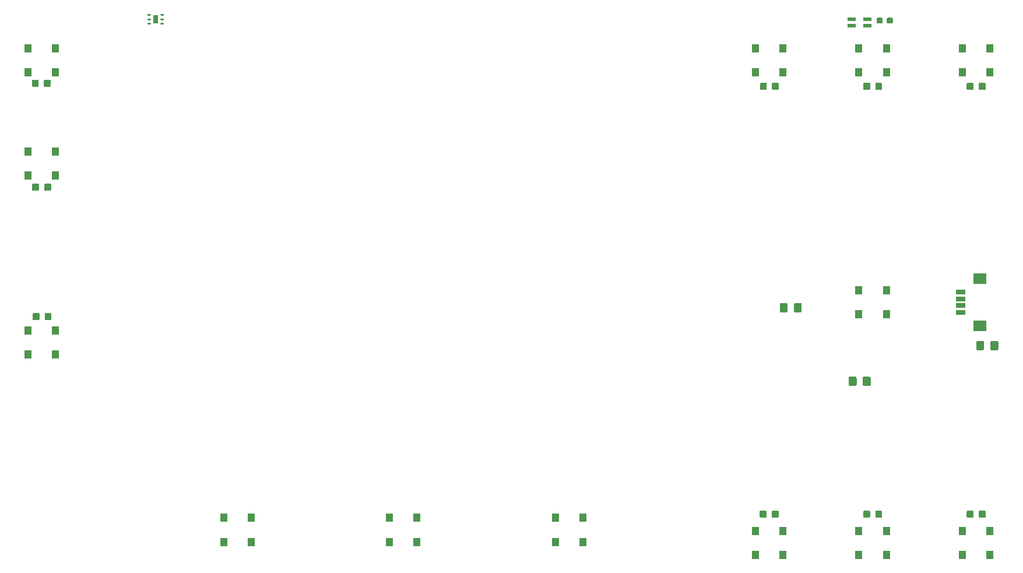
<source format=gtp>
G04 #@! TF.GenerationSoftware,KiCad,Pcbnew,(5.1.5)-3*
G04 #@! TF.CreationDate,2020-07-17T16:25:31-04:00*
G04 #@! TF.ProjectId,CPU,4350552e-6b69-4636-9164-5f7063625858,rev?*
G04 #@! TF.SameCoordinates,Original*
G04 #@! TF.FileFunction,Paste,Top*
G04 #@! TF.FilePolarity,Positive*
%FSLAX46Y46*%
G04 Gerber Fmt 4.6, Leading zero omitted, Abs format (unit mm)*
G04 Created by KiCad (PCBNEW (5.1.5)-3) date 2020-07-17 16:25:31*
%MOMM*%
%LPD*%
G04 APERTURE LIST*
%ADD10C,0.100000*%
%ADD11R,1.000000X1.200000*%
%ADD12R,1.200000X0.600000*%
%ADD13R,1.350000X0.700000*%
%ADD14R,1.900000X1.500000*%
G04 APERTURE END LIST*
D10*
G36*
X58310000Y-47735000D02*
G01*
X58310000Y-46485000D01*
X57690000Y-46485000D01*
X57690000Y-47735000D01*
X58310000Y-47735000D01*
G37*
D11*
X43434498Y-54815607D03*
X39434498Y-54815607D03*
X43434498Y-51315607D03*
X39434498Y-51315607D03*
X164149216Y-89954542D03*
X160149216Y-89954542D03*
X164149216Y-86454542D03*
X160149216Y-86454542D03*
X149107664Y-124954542D03*
X145107664Y-124954542D03*
X149107664Y-121454542D03*
X145107664Y-121454542D03*
X164149216Y-124954542D03*
X160149216Y-124954542D03*
X164149216Y-121454542D03*
X160149216Y-121454542D03*
X179190779Y-124954542D03*
X175190779Y-124954542D03*
X179190779Y-121454542D03*
X175190779Y-121454542D03*
X43434498Y-69815607D03*
X39434498Y-69815607D03*
X43434498Y-66315607D03*
X39434498Y-66315607D03*
X43434498Y-95815607D03*
X39434498Y-95815607D03*
X43434498Y-92315607D03*
X39434498Y-92315607D03*
X71894310Y-123031309D03*
X67894310Y-123031309D03*
X71894310Y-119531309D03*
X67894310Y-119531309D03*
X95970839Y-123031309D03*
X91970839Y-123031309D03*
X95970839Y-119531309D03*
X91970839Y-119531309D03*
X120047369Y-123031309D03*
X116047369Y-123031309D03*
X120047369Y-119531309D03*
X116047369Y-119531309D03*
X149107664Y-54803472D03*
X145107664Y-54803472D03*
X149107664Y-51303472D03*
X145107664Y-51303472D03*
X164149216Y-54803472D03*
X160149216Y-54803472D03*
X164149216Y-51303472D03*
X160149216Y-51303472D03*
X179190779Y-54803472D03*
X175190779Y-54803472D03*
X179190779Y-51303472D03*
X175190779Y-51303472D03*
D10*
G36*
X40887703Y-55900722D02*
G01*
X40902264Y-55902882D01*
X40916543Y-55906459D01*
X40930403Y-55911418D01*
X40943710Y-55917712D01*
X40956336Y-55925280D01*
X40968159Y-55934048D01*
X40979066Y-55943934D01*
X40988952Y-55954841D01*
X40997720Y-55966664D01*
X41005288Y-55979290D01*
X41011582Y-55992597D01*
X41016541Y-56006457D01*
X41020118Y-56020736D01*
X41022278Y-56035297D01*
X41023000Y-56050000D01*
X41023000Y-56750000D01*
X41022278Y-56764703D01*
X41020118Y-56779264D01*
X41016541Y-56793543D01*
X41011582Y-56807403D01*
X41005288Y-56820710D01*
X40997720Y-56833336D01*
X40988952Y-56845159D01*
X40979066Y-56856066D01*
X40968159Y-56865952D01*
X40956336Y-56874720D01*
X40943710Y-56882288D01*
X40930403Y-56888582D01*
X40916543Y-56893541D01*
X40902264Y-56897118D01*
X40887703Y-56899278D01*
X40873000Y-56900000D01*
X40173000Y-56900000D01*
X40158297Y-56899278D01*
X40143736Y-56897118D01*
X40129457Y-56893541D01*
X40115597Y-56888582D01*
X40102290Y-56882288D01*
X40089664Y-56874720D01*
X40077841Y-56865952D01*
X40066934Y-56856066D01*
X40057048Y-56845159D01*
X40048280Y-56833336D01*
X40040712Y-56820710D01*
X40034418Y-56807403D01*
X40029459Y-56793543D01*
X40025882Y-56779264D01*
X40023722Y-56764703D01*
X40023000Y-56750000D01*
X40023000Y-56050000D01*
X40023722Y-56035297D01*
X40025882Y-56020736D01*
X40029459Y-56006457D01*
X40034418Y-55992597D01*
X40040712Y-55979290D01*
X40048280Y-55966664D01*
X40057048Y-55954841D01*
X40066934Y-55943934D01*
X40077841Y-55934048D01*
X40089664Y-55925280D01*
X40102290Y-55917712D01*
X40115597Y-55911418D01*
X40129457Y-55906459D01*
X40143736Y-55902882D01*
X40158297Y-55900722D01*
X40173000Y-55900000D01*
X40873000Y-55900000D01*
X40887703Y-55900722D01*
G37*
G36*
X42641703Y-55900722D02*
G01*
X42656264Y-55902882D01*
X42670543Y-55906459D01*
X42684403Y-55911418D01*
X42697710Y-55917712D01*
X42710336Y-55925280D01*
X42722159Y-55934048D01*
X42733066Y-55943934D01*
X42742952Y-55954841D01*
X42751720Y-55966664D01*
X42759288Y-55979290D01*
X42765582Y-55992597D01*
X42770541Y-56006457D01*
X42774118Y-56020736D01*
X42776278Y-56035297D01*
X42777000Y-56050000D01*
X42777000Y-56750000D01*
X42776278Y-56764703D01*
X42774118Y-56779264D01*
X42770541Y-56793543D01*
X42765582Y-56807403D01*
X42759288Y-56820710D01*
X42751720Y-56833336D01*
X42742952Y-56845159D01*
X42733066Y-56856066D01*
X42722159Y-56865952D01*
X42710336Y-56874720D01*
X42697710Y-56882288D01*
X42684403Y-56888582D01*
X42670543Y-56893541D01*
X42656264Y-56897118D01*
X42641703Y-56899278D01*
X42627000Y-56900000D01*
X41927000Y-56900000D01*
X41912297Y-56899278D01*
X41897736Y-56897118D01*
X41883457Y-56893541D01*
X41869597Y-56888582D01*
X41856290Y-56882288D01*
X41843664Y-56874720D01*
X41831841Y-56865952D01*
X41820934Y-56856066D01*
X41811048Y-56845159D01*
X41802280Y-56833336D01*
X41794712Y-56820710D01*
X41788418Y-56807403D01*
X41783459Y-56793543D01*
X41779882Y-56779264D01*
X41777722Y-56764703D01*
X41777000Y-56750000D01*
X41777000Y-56050000D01*
X41777722Y-56035297D01*
X41779882Y-56020736D01*
X41783459Y-56006457D01*
X41788418Y-55992597D01*
X41794712Y-55979290D01*
X41802280Y-55966664D01*
X41811048Y-55954841D01*
X41820934Y-55943934D01*
X41831841Y-55934048D01*
X41843664Y-55925280D01*
X41856290Y-55917712D01*
X41869597Y-55911418D01*
X41883457Y-55906459D01*
X41897736Y-55902882D01*
X41912297Y-55900722D01*
X41927000Y-55900000D01*
X42627000Y-55900000D01*
X42641703Y-55900722D01*
G37*
D12*
X159100000Y-48075000D03*
X159100000Y-47125000D03*
X161400000Y-47125000D03*
X161400000Y-48075000D03*
D10*
G36*
X163406609Y-46886059D02*
G01*
X163427960Y-46889226D01*
X163448898Y-46894471D01*
X163469221Y-46901743D01*
X163488734Y-46910971D01*
X163507248Y-46922068D01*
X163524585Y-46934926D01*
X163540578Y-46949422D01*
X163555074Y-46965415D01*
X163567932Y-46982752D01*
X163579029Y-47001266D01*
X163588257Y-47020779D01*
X163595529Y-47041102D01*
X163600774Y-47062040D01*
X163603941Y-47083391D01*
X163605000Y-47104950D01*
X163605000Y-47495050D01*
X163603941Y-47516609D01*
X163600774Y-47537960D01*
X163595529Y-47558898D01*
X163588257Y-47579221D01*
X163579029Y-47598734D01*
X163567932Y-47617248D01*
X163555074Y-47634585D01*
X163540578Y-47650578D01*
X163524585Y-47665074D01*
X163507248Y-47677932D01*
X163488734Y-47689029D01*
X163469221Y-47698257D01*
X163448898Y-47705529D01*
X163427960Y-47710774D01*
X163406609Y-47713941D01*
X163385050Y-47715000D01*
X162914950Y-47715000D01*
X162893391Y-47713941D01*
X162872040Y-47710774D01*
X162851102Y-47705529D01*
X162830779Y-47698257D01*
X162811266Y-47689029D01*
X162792752Y-47677932D01*
X162775415Y-47665074D01*
X162759422Y-47650578D01*
X162744926Y-47634585D01*
X162732068Y-47617248D01*
X162720971Y-47598734D01*
X162711743Y-47579221D01*
X162704471Y-47558898D01*
X162699226Y-47537960D01*
X162696059Y-47516609D01*
X162695000Y-47495050D01*
X162695000Y-47104950D01*
X162696059Y-47083391D01*
X162699226Y-47062040D01*
X162704471Y-47041102D01*
X162711743Y-47020779D01*
X162720971Y-47001266D01*
X162732068Y-46982752D01*
X162744926Y-46965415D01*
X162759422Y-46949422D01*
X162775415Y-46934926D01*
X162792752Y-46922068D01*
X162811266Y-46910971D01*
X162830779Y-46901743D01*
X162851102Y-46894471D01*
X162872040Y-46889226D01*
X162893391Y-46886059D01*
X162914950Y-46885000D01*
X163385050Y-46885000D01*
X163406609Y-46886059D01*
G37*
G36*
X164906609Y-46886059D02*
G01*
X164927960Y-46889226D01*
X164948898Y-46894471D01*
X164969221Y-46901743D01*
X164988734Y-46910971D01*
X165007248Y-46922068D01*
X165024585Y-46934926D01*
X165040578Y-46949422D01*
X165055074Y-46965415D01*
X165067932Y-46982752D01*
X165079029Y-47001266D01*
X165088257Y-47020779D01*
X165095529Y-47041102D01*
X165100774Y-47062040D01*
X165103941Y-47083391D01*
X165105000Y-47104950D01*
X165105000Y-47495050D01*
X165103941Y-47516609D01*
X165100774Y-47537960D01*
X165095529Y-47558898D01*
X165088257Y-47579221D01*
X165079029Y-47598734D01*
X165067932Y-47617248D01*
X165055074Y-47634585D01*
X165040578Y-47650578D01*
X165024585Y-47665074D01*
X165007248Y-47677932D01*
X164988734Y-47689029D01*
X164969221Y-47698257D01*
X164948898Y-47705529D01*
X164927960Y-47710774D01*
X164906609Y-47713941D01*
X164885050Y-47715000D01*
X164414950Y-47715000D01*
X164393391Y-47713941D01*
X164372040Y-47710774D01*
X164351102Y-47705529D01*
X164330779Y-47698257D01*
X164311266Y-47689029D01*
X164292752Y-47677932D01*
X164275415Y-47665074D01*
X164259422Y-47650578D01*
X164244926Y-47634585D01*
X164232068Y-47617248D01*
X164220971Y-47598734D01*
X164211743Y-47579221D01*
X164204471Y-47558898D01*
X164199226Y-47537960D01*
X164196059Y-47516609D01*
X164195000Y-47495050D01*
X164195000Y-47104950D01*
X164196059Y-47083391D01*
X164199226Y-47062040D01*
X164204471Y-47041102D01*
X164211743Y-47020779D01*
X164220971Y-47001266D01*
X164232068Y-46982752D01*
X164244926Y-46965415D01*
X164259422Y-46949422D01*
X164275415Y-46934926D01*
X164292752Y-46922068D01*
X164311266Y-46910971D01*
X164330779Y-46901743D01*
X164351102Y-46894471D01*
X164372040Y-46889226D01*
X164393391Y-46886059D01*
X164414950Y-46885000D01*
X164885050Y-46885000D01*
X164906609Y-46886059D01*
G37*
G36*
X40922201Y-71000722D02*
G01*
X40936762Y-71002882D01*
X40951041Y-71006459D01*
X40964901Y-71011418D01*
X40978208Y-71017712D01*
X40990834Y-71025280D01*
X41002657Y-71034048D01*
X41013564Y-71043934D01*
X41023450Y-71054841D01*
X41032218Y-71066664D01*
X41039786Y-71079290D01*
X41046080Y-71092597D01*
X41051039Y-71106457D01*
X41054616Y-71120736D01*
X41056776Y-71135297D01*
X41057498Y-71150000D01*
X41057498Y-71850000D01*
X41056776Y-71864703D01*
X41054616Y-71879264D01*
X41051039Y-71893543D01*
X41046080Y-71907403D01*
X41039786Y-71920710D01*
X41032218Y-71933336D01*
X41023450Y-71945159D01*
X41013564Y-71956066D01*
X41002657Y-71965952D01*
X40990834Y-71974720D01*
X40978208Y-71982288D01*
X40964901Y-71988582D01*
X40951041Y-71993541D01*
X40936762Y-71997118D01*
X40922201Y-71999278D01*
X40907498Y-72000000D01*
X40207498Y-72000000D01*
X40192795Y-71999278D01*
X40178234Y-71997118D01*
X40163955Y-71993541D01*
X40150095Y-71988582D01*
X40136788Y-71982288D01*
X40124162Y-71974720D01*
X40112339Y-71965952D01*
X40101432Y-71956066D01*
X40091546Y-71945159D01*
X40082778Y-71933336D01*
X40075210Y-71920710D01*
X40068916Y-71907403D01*
X40063957Y-71893543D01*
X40060380Y-71879264D01*
X40058220Y-71864703D01*
X40057498Y-71850000D01*
X40057498Y-71150000D01*
X40058220Y-71135297D01*
X40060380Y-71120736D01*
X40063957Y-71106457D01*
X40068916Y-71092597D01*
X40075210Y-71079290D01*
X40082778Y-71066664D01*
X40091546Y-71054841D01*
X40101432Y-71043934D01*
X40112339Y-71034048D01*
X40124162Y-71025280D01*
X40136788Y-71017712D01*
X40150095Y-71011418D01*
X40163955Y-71006459D01*
X40178234Y-71002882D01*
X40192795Y-71000722D01*
X40207498Y-71000000D01*
X40907498Y-71000000D01*
X40922201Y-71000722D01*
G37*
G36*
X42676201Y-71000722D02*
G01*
X42690762Y-71002882D01*
X42705041Y-71006459D01*
X42718901Y-71011418D01*
X42732208Y-71017712D01*
X42744834Y-71025280D01*
X42756657Y-71034048D01*
X42767564Y-71043934D01*
X42777450Y-71054841D01*
X42786218Y-71066664D01*
X42793786Y-71079290D01*
X42800080Y-71092597D01*
X42805039Y-71106457D01*
X42808616Y-71120736D01*
X42810776Y-71135297D01*
X42811498Y-71150000D01*
X42811498Y-71850000D01*
X42810776Y-71864703D01*
X42808616Y-71879264D01*
X42805039Y-71893543D01*
X42800080Y-71907403D01*
X42793786Y-71920710D01*
X42786218Y-71933336D01*
X42777450Y-71945159D01*
X42767564Y-71956066D01*
X42756657Y-71965952D01*
X42744834Y-71974720D01*
X42732208Y-71982288D01*
X42718901Y-71988582D01*
X42705041Y-71993541D01*
X42690762Y-71997118D01*
X42676201Y-71999278D01*
X42661498Y-72000000D01*
X41961498Y-72000000D01*
X41946795Y-71999278D01*
X41932234Y-71997118D01*
X41917955Y-71993541D01*
X41904095Y-71988582D01*
X41890788Y-71982288D01*
X41878162Y-71974720D01*
X41866339Y-71965952D01*
X41855432Y-71956066D01*
X41845546Y-71945159D01*
X41836778Y-71933336D01*
X41829210Y-71920710D01*
X41822916Y-71907403D01*
X41817957Y-71893543D01*
X41814380Y-71879264D01*
X41812220Y-71864703D01*
X41811498Y-71850000D01*
X41811498Y-71150000D01*
X41812220Y-71135297D01*
X41814380Y-71120736D01*
X41817957Y-71106457D01*
X41822916Y-71092597D01*
X41829210Y-71079290D01*
X41836778Y-71066664D01*
X41845546Y-71054841D01*
X41855432Y-71043934D01*
X41866339Y-71034048D01*
X41878162Y-71025280D01*
X41890788Y-71017712D01*
X41904095Y-71011418D01*
X41917955Y-71006459D01*
X41932234Y-71002882D01*
X41946795Y-71000722D01*
X41961498Y-71000000D01*
X42661498Y-71000000D01*
X42676201Y-71000722D01*
G37*
G36*
X40987703Y-89800722D02*
G01*
X41002264Y-89802882D01*
X41016543Y-89806459D01*
X41030403Y-89811418D01*
X41043710Y-89817712D01*
X41056336Y-89825280D01*
X41068159Y-89834048D01*
X41079066Y-89843934D01*
X41088952Y-89854841D01*
X41097720Y-89866664D01*
X41105288Y-89879290D01*
X41111582Y-89892597D01*
X41116541Y-89906457D01*
X41120118Y-89920736D01*
X41122278Y-89935297D01*
X41123000Y-89950000D01*
X41123000Y-90650000D01*
X41122278Y-90664703D01*
X41120118Y-90679264D01*
X41116541Y-90693543D01*
X41111582Y-90707403D01*
X41105288Y-90720710D01*
X41097720Y-90733336D01*
X41088952Y-90745159D01*
X41079066Y-90756066D01*
X41068159Y-90765952D01*
X41056336Y-90774720D01*
X41043710Y-90782288D01*
X41030403Y-90788582D01*
X41016543Y-90793541D01*
X41002264Y-90797118D01*
X40987703Y-90799278D01*
X40973000Y-90800000D01*
X40273000Y-90800000D01*
X40258297Y-90799278D01*
X40243736Y-90797118D01*
X40229457Y-90793541D01*
X40215597Y-90788582D01*
X40202290Y-90782288D01*
X40189664Y-90774720D01*
X40177841Y-90765952D01*
X40166934Y-90756066D01*
X40157048Y-90745159D01*
X40148280Y-90733336D01*
X40140712Y-90720710D01*
X40134418Y-90707403D01*
X40129459Y-90693543D01*
X40125882Y-90679264D01*
X40123722Y-90664703D01*
X40123000Y-90650000D01*
X40123000Y-89950000D01*
X40123722Y-89935297D01*
X40125882Y-89920736D01*
X40129459Y-89906457D01*
X40134418Y-89892597D01*
X40140712Y-89879290D01*
X40148280Y-89866664D01*
X40157048Y-89854841D01*
X40166934Y-89843934D01*
X40177841Y-89834048D01*
X40189664Y-89825280D01*
X40202290Y-89817712D01*
X40215597Y-89811418D01*
X40229457Y-89806459D01*
X40243736Y-89802882D01*
X40258297Y-89800722D01*
X40273000Y-89800000D01*
X40973000Y-89800000D01*
X40987703Y-89800722D01*
G37*
G36*
X42741703Y-89800722D02*
G01*
X42756264Y-89802882D01*
X42770543Y-89806459D01*
X42784403Y-89811418D01*
X42797710Y-89817712D01*
X42810336Y-89825280D01*
X42822159Y-89834048D01*
X42833066Y-89843934D01*
X42842952Y-89854841D01*
X42851720Y-89866664D01*
X42859288Y-89879290D01*
X42865582Y-89892597D01*
X42870541Y-89906457D01*
X42874118Y-89920736D01*
X42876278Y-89935297D01*
X42877000Y-89950000D01*
X42877000Y-90650000D01*
X42876278Y-90664703D01*
X42874118Y-90679264D01*
X42870541Y-90693543D01*
X42865582Y-90707403D01*
X42859288Y-90720710D01*
X42851720Y-90733336D01*
X42842952Y-90745159D01*
X42833066Y-90756066D01*
X42822159Y-90765952D01*
X42810336Y-90774720D01*
X42797710Y-90782288D01*
X42784403Y-90788582D01*
X42770543Y-90793541D01*
X42756264Y-90797118D01*
X42741703Y-90799278D01*
X42727000Y-90800000D01*
X42027000Y-90800000D01*
X42012297Y-90799278D01*
X41997736Y-90797118D01*
X41983457Y-90793541D01*
X41969597Y-90788582D01*
X41956290Y-90782288D01*
X41943664Y-90774720D01*
X41931841Y-90765952D01*
X41920934Y-90756066D01*
X41911048Y-90745159D01*
X41902280Y-90733336D01*
X41894712Y-90720710D01*
X41888418Y-90707403D01*
X41883459Y-90693543D01*
X41879882Y-90679264D01*
X41877722Y-90664703D01*
X41877000Y-90650000D01*
X41877000Y-89950000D01*
X41877722Y-89935297D01*
X41879882Y-89920736D01*
X41883459Y-89906457D01*
X41888418Y-89892597D01*
X41894712Y-89879290D01*
X41902280Y-89866664D01*
X41911048Y-89854841D01*
X41920934Y-89843934D01*
X41931841Y-89834048D01*
X41943664Y-89825280D01*
X41956290Y-89817712D01*
X41969597Y-89811418D01*
X41983457Y-89806459D01*
X41997736Y-89802882D01*
X42012297Y-89800722D01*
X42027000Y-89800000D01*
X42727000Y-89800000D01*
X42741703Y-89800722D01*
G37*
G36*
X146595367Y-118500722D02*
G01*
X146609928Y-118502882D01*
X146624207Y-118506459D01*
X146638067Y-118511418D01*
X146651374Y-118517712D01*
X146664000Y-118525280D01*
X146675823Y-118534048D01*
X146686730Y-118543934D01*
X146696616Y-118554841D01*
X146705384Y-118566664D01*
X146712952Y-118579290D01*
X146719246Y-118592597D01*
X146724205Y-118606457D01*
X146727782Y-118620736D01*
X146729942Y-118635297D01*
X146730664Y-118650000D01*
X146730664Y-119350000D01*
X146729942Y-119364703D01*
X146727782Y-119379264D01*
X146724205Y-119393543D01*
X146719246Y-119407403D01*
X146712952Y-119420710D01*
X146705384Y-119433336D01*
X146696616Y-119445159D01*
X146686730Y-119456066D01*
X146675823Y-119465952D01*
X146664000Y-119474720D01*
X146651374Y-119482288D01*
X146638067Y-119488582D01*
X146624207Y-119493541D01*
X146609928Y-119497118D01*
X146595367Y-119499278D01*
X146580664Y-119500000D01*
X145880664Y-119500000D01*
X145865961Y-119499278D01*
X145851400Y-119497118D01*
X145837121Y-119493541D01*
X145823261Y-119488582D01*
X145809954Y-119482288D01*
X145797328Y-119474720D01*
X145785505Y-119465952D01*
X145774598Y-119456066D01*
X145764712Y-119445159D01*
X145755944Y-119433336D01*
X145748376Y-119420710D01*
X145742082Y-119407403D01*
X145737123Y-119393543D01*
X145733546Y-119379264D01*
X145731386Y-119364703D01*
X145730664Y-119350000D01*
X145730664Y-118650000D01*
X145731386Y-118635297D01*
X145733546Y-118620736D01*
X145737123Y-118606457D01*
X145742082Y-118592597D01*
X145748376Y-118579290D01*
X145755944Y-118566664D01*
X145764712Y-118554841D01*
X145774598Y-118543934D01*
X145785505Y-118534048D01*
X145797328Y-118525280D01*
X145809954Y-118517712D01*
X145823261Y-118511418D01*
X145837121Y-118506459D01*
X145851400Y-118502882D01*
X145865961Y-118500722D01*
X145880664Y-118500000D01*
X146580664Y-118500000D01*
X146595367Y-118500722D01*
G37*
G36*
X148349367Y-118500722D02*
G01*
X148363928Y-118502882D01*
X148378207Y-118506459D01*
X148392067Y-118511418D01*
X148405374Y-118517712D01*
X148418000Y-118525280D01*
X148429823Y-118534048D01*
X148440730Y-118543934D01*
X148450616Y-118554841D01*
X148459384Y-118566664D01*
X148466952Y-118579290D01*
X148473246Y-118592597D01*
X148478205Y-118606457D01*
X148481782Y-118620736D01*
X148483942Y-118635297D01*
X148484664Y-118650000D01*
X148484664Y-119350000D01*
X148483942Y-119364703D01*
X148481782Y-119379264D01*
X148478205Y-119393543D01*
X148473246Y-119407403D01*
X148466952Y-119420710D01*
X148459384Y-119433336D01*
X148450616Y-119445159D01*
X148440730Y-119456066D01*
X148429823Y-119465952D01*
X148418000Y-119474720D01*
X148405374Y-119482288D01*
X148392067Y-119488582D01*
X148378207Y-119493541D01*
X148363928Y-119497118D01*
X148349367Y-119499278D01*
X148334664Y-119500000D01*
X147634664Y-119500000D01*
X147619961Y-119499278D01*
X147605400Y-119497118D01*
X147591121Y-119493541D01*
X147577261Y-119488582D01*
X147563954Y-119482288D01*
X147551328Y-119474720D01*
X147539505Y-119465952D01*
X147528598Y-119456066D01*
X147518712Y-119445159D01*
X147509944Y-119433336D01*
X147502376Y-119420710D01*
X147496082Y-119407403D01*
X147491123Y-119393543D01*
X147487546Y-119379264D01*
X147485386Y-119364703D01*
X147484664Y-119350000D01*
X147484664Y-118650000D01*
X147485386Y-118635297D01*
X147487546Y-118620736D01*
X147491123Y-118606457D01*
X147496082Y-118592597D01*
X147502376Y-118579290D01*
X147509944Y-118566664D01*
X147518712Y-118554841D01*
X147528598Y-118543934D01*
X147539505Y-118534048D01*
X147551328Y-118525280D01*
X147563954Y-118517712D01*
X147577261Y-118511418D01*
X147591121Y-118506459D01*
X147605400Y-118502882D01*
X147619961Y-118500722D01*
X147634664Y-118500000D01*
X148334664Y-118500000D01*
X148349367Y-118500722D01*
G37*
G36*
X161636919Y-118500722D02*
G01*
X161651480Y-118502882D01*
X161665759Y-118506459D01*
X161679619Y-118511418D01*
X161692926Y-118517712D01*
X161705552Y-118525280D01*
X161717375Y-118534048D01*
X161728282Y-118543934D01*
X161738168Y-118554841D01*
X161746936Y-118566664D01*
X161754504Y-118579290D01*
X161760798Y-118592597D01*
X161765757Y-118606457D01*
X161769334Y-118620736D01*
X161771494Y-118635297D01*
X161772216Y-118650000D01*
X161772216Y-119350000D01*
X161771494Y-119364703D01*
X161769334Y-119379264D01*
X161765757Y-119393543D01*
X161760798Y-119407403D01*
X161754504Y-119420710D01*
X161746936Y-119433336D01*
X161738168Y-119445159D01*
X161728282Y-119456066D01*
X161717375Y-119465952D01*
X161705552Y-119474720D01*
X161692926Y-119482288D01*
X161679619Y-119488582D01*
X161665759Y-119493541D01*
X161651480Y-119497118D01*
X161636919Y-119499278D01*
X161622216Y-119500000D01*
X160922216Y-119500000D01*
X160907513Y-119499278D01*
X160892952Y-119497118D01*
X160878673Y-119493541D01*
X160864813Y-119488582D01*
X160851506Y-119482288D01*
X160838880Y-119474720D01*
X160827057Y-119465952D01*
X160816150Y-119456066D01*
X160806264Y-119445159D01*
X160797496Y-119433336D01*
X160789928Y-119420710D01*
X160783634Y-119407403D01*
X160778675Y-119393543D01*
X160775098Y-119379264D01*
X160772938Y-119364703D01*
X160772216Y-119350000D01*
X160772216Y-118650000D01*
X160772938Y-118635297D01*
X160775098Y-118620736D01*
X160778675Y-118606457D01*
X160783634Y-118592597D01*
X160789928Y-118579290D01*
X160797496Y-118566664D01*
X160806264Y-118554841D01*
X160816150Y-118543934D01*
X160827057Y-118534048D01*
X160838880Y-118525280D01*
X160851506Y-118517712D01*
X160864813Y-118511418D01*
X160878673Y-118506459D01*
X160892952Y-118502882D01*
X160907513Y-118500722D01*
X160922216Y-118500000D01*
X161622216Y-118500000D01*
X161636919Y-118500722D01*
G37*
G36*
X163390919Y-118500722D02*
G01*
X163405480Y-118502882D01*
X163419759Y-118506459D01*
X163433619Y-118511418D01*
X163446926Y-118517712D01*
X163459552Y-118525280D01*
X163471375Y-118534048D01*
X163482282Y-118543934D01*
X163492168Y-118554841D01*
X163500936Y-118566664D01*
X163508504Y-118579290D01*
X163514798Y-118592597D01*
X163519757Y-118606457D01*
X163523334Y-118620736D01*
X163525494Y-118635297D01*
X163526216Y-118650000D01*
X163526216Y-119350000D01*
X163525494Y-119364703D01*
X163523334Y-119379264D01*
X163519757Y-119393543D01*
X163514798Y-119407403D01*
X163508504Y-119420710D01*
X163500936Y-119433336D01*
X163492168Y-119445159D01*
X163482282Y-119456066D01*
X163471375Y-119465952D01*
X163459552Y-119474720D01*
X163446926Y-119482288D01*
X163433619Y-119488582D01*
X163419759Y-119493541D01*
X163405480Y-119497118D01*
X163390919Y-119499278D01*
X163376216Y-119500000D01*
X162676216Y-119500000D01*
X162661513Y-119499278D01*
X162646952Y-119497118D01*
X162632673Y-119493541D01*
X162618813Y-119488582D01*
X162605506Y-119482288D01*
X162592880Y-119474720D01*
X162581057Y-119465952D01*
X162570150Y-119456066D01*
X162560264Y-119445159D01*
X162551496Y-119433336D01*
X162543928Y-119420710D01*
X162537634Y-119407403D01*
X162532675Y-119393543D01*
X162529098Y-119379264D01*
X162526938Y-119364703D01*
X162526216Y-119350000D01*
X162526216Y-118650000D01*
X162526938Y-118635297D01*
X162529098Y-118620736D01*
X162532675Y-118606457D01*
X162537634Y-118592597D01*
X162543928Y-118579290D01*
X162551496Y-118566664D01*
X162560264Y-118554841D01*
X162570150Y-118543934D01*
X162581057Y-118534048D01*
X162592880Y-118525280D01*
X162605506Y-118517712D01*
X162618813Y-118511418D01*
X162632673Y-118506459D01*
X162646952Y-118502882D01*
X162661513Y-118500722D01*
X162676216Y-118500000D01*
X163376216Y-118500000D01*
X163390919Y-118500722D01*
G37*
G36*
X176678482Y-118500722D02*
G01*
X176693043Y-118502882D01*
X176707322Y-118506459D01*
X176721182Y-118511418D01*
X176734489Y-118517712D01*
X176747115Y-118525280D01*
X176758938Y-118534048D01*
X176769845Y-118543934D01*
X176779731Y-118554841D01*
X176788499Y-118566664D01*
X176796067Y-118579290D01*
X176802361Y-118592597D01*
X176807320Y-118606457D01*
X176810897Y-118620736D01*
X176813057Y-118635297D01*
X176813779Y-118650000D01*
X176813779Y-119350000D01*
X176813057Y-119364703D01*
X176810897Y-119379264D01*
X176807320Y-119393543D01*
X176802361Y-119407403D01*
X176796067Y-119420710D01*
X176788499Y-119433336D01*
X176779731Y-119445159D01*
X176769845Y-119456066D01*
X176758938Y-119465952D01*
X176747115Y-119474720D01*
X176734489Y-119482288D01*
X176721182Y-119488582D01*
X176707322Y-119493541D01*
X176693043Y-119497118D01*
X176678482Y-119499278D01*
X176663779Y-119500000D01*
X175963779Y-119500000D01*
X175949076Y-119499278D01*
X175934515Y-119497118D01*
X175920236Y-119493541D01*
X175906376Y-119488582D01*
X175893069Y-119482288D01*
X175880443Y-119474720D01*
X175868620Y-119465952D01*
X175857713Y-119456066D01*
X175847827Y-119445159D01*
X175839059Y-119433336D01*
X175831491Y-119420710D01*
X175825197Y-119407403D01*
X175820238Y-119393543D01*
X175816661Y-119379264D01*
X175814501Y-119364703D01*
X175813779Y-119350000D01*
X175813779Y-118650000D01*
X175814501Y-118635297D01*
X175816661Y-118620736D01*
X175820238Y-118606457D01*
X175825197Y-118592597D01*
X175831491Y-118579290D01*
X175839059Y-118566664D01*
X175847827Y-118554841D01*
X175857713Y-118543934D01*
X175868620Y-118534048D01*
X175880443Y-118525280D01*
X175893069Y-118517712D01*
X175906376Y-118511418D01*
X175920236Y-118506459D01*
X175934515Y-118502882D01*
X175949076Y-118500722D01*
X175963779Y-118500000D01*
X176663779Y-118500000D01*
X176678482Y-118500722D01*
G37*
G36*
X178432482Y-118500722D02*
G01*
X178447043Y-118502882D01*
X178461322Y-118506459D01*
X178475182Y-118511418D01*
X178488489Y-118517712D01*
X178501115Y-118525280D01*
X178512938Y-118534048D01*
X178523845Y-118543934D01*
X178533731Y-118554841D01*
X178542499Y-118566664D01*
X178550067Y-118579290D01*
X178556361Y-118592597D01*
X178561320Y-118606457D01*
X178564897Y-118620736D01*
X178567057Y-118635297D01*
X178567779Y-118650000D01*
X178567779Y-119350000D01*
X178567057Y-119364703D01*
X178564897Y-119379264D01*
X178561320Y-119393543D01*
X178556361Y-119407403D01*
X178550067Y-119420710D01*
X178542499Y-119433336D01*
X178533731Y-119445159D01*
X178523845Y-119456066D01*
X178512938Y-119465952D01*
X178501115Y-119474720D01*
X178488489Y-119482288D01*
X178475182Y-119488582D01*
X178461322Y-119493541D01*
X178447043Y-119497118D01*
X178432482Y-119499278D01*
X178417779Y-119500000D01*
X177717779Y-119500000D01*
X177703076Y-119499278D01*
X177688515Y-119497118D01*
X177674236Y-119493541D01*
X177660376Y-119488582D01*
X177647069Y-119482288D01*
X177634443Y-119474720D01*
X177622620Y-119465952D01*
X177611713Y-119456066D01*
X177601827Y-119445159D01*
X177593059Y-119433336D01*
X177585491Y-119420710D01*
X177579197Y-119407403D01*
X177574238Y-119393543D01*
X177570661Y-119379264D01*
X177568501Y-119364703D01*
X177567779Y-119350000D01*
X177567779Y-118650000D01*
X177568501Y-118635297D01*
X177570661Y-118620736D01*
X177574238Y-118606457D01*
X177579197Y-118592597D01*
X177585491Y-118579290D01*
X177593059Y-118566664D01*
X177601827Y-118554841D01*
X177611713Y-118543934D01*
X177622620Y-118534048D01*
X177634443Y-118525280D01*
X177647069Y-118517712D01*
X177660376Y-118511418D01*
X177674236Y-118506459D01*
X177688515Y-118502882D01*
X177703076Y-118500722D01*
X177717779Y-118500000D01*
X178417779Y-118500000D01*
X178432482Y-118500722D01*
G37*
G36*
X146637703Y-56350722D02*
G01*
X146652264Y-56352882D01*
X146666543Y-56356459D01*
X146680403Y-56361418D01*
X146693710Y-56367712D01*
X146706336Y-56375280D01*
X146718159Y-56384048D01*
X146729066Y-56393934D01*
X146738952Y-56404841D01*
X146747720Y-56416664D01*
X146755288Y-56429290D01*
X146761582Y-56442597D01*
X146766541Y-56456457D01*
X146770118Y-56470736D01*
X146772278Y-56485297D01*
X146773000Y-56500000D01*
X146773000Y-57200000D01*
X146772278Y-57214703D01*
X146770118Y-57229264D01*
X146766541Y-57243543D01*
X146761582Y-57257403D01*
X146755288Y-57270710D01*
X146747720Y-57283336D01*
X146738952Y-57295159D01*
X146729066Y-57306066D01*
X146718159Y-57315952D01*
X146706336Y-57324720D01*
X146693710Y-57332288D01*
X146680403Y-57338582D01*
X146666543Y-57343541D01*
X146652264Y-57347118D01*
X146637703Y-57349278D01*
X146623000Y-57350000D01*
X145923000Y-57350000D01*
X145908297Y-57349278D01*
X145893736Y-57347118D01*
X145879457Y-57343541D01*
X145865597Y-57338582D01*
X145852290Y-57332288D01*
X145839664Y-57324720D01*
X145827841Y-57315952D01*
X145816934Y-57306066D01*
X145807048Y-57295159D01*
X145798280Y-57283336D01*
X145790712Y-57270710D01*
X145784418Y-57257403D01*
X145779459Y-57243543D01*
X145775882Y-57229264D01*
X145773722Y-57214703D01*
X145773000Y-57200000D01*
X145773000Y-56500000D01*
X145773722Y-56485297D01*
X145775882Y-56470736D01*
X145779459Y-56456457D01*
X145784418Y-56442597D01*
X145790712Y-56429290D01*
X145798280Y-56416664D01*
X145807048Y-56404841D01*
X145816934Y-56393934D01*
X145827841Y-56384048D01*
X145839664Y-56375280D01*
X145852290Y-56367712D01*
X145865597Y-56361418D01*
X145879457Y-56356459D01*
X145893736Y-56352882D01*
X145908297Y-56350722D01*
X145923000Y-56350000D01*
X146623000Y-56350000D01*
X146637703Y-56350722D01*
G37*
G36*
X148391703Y-56350722D02*
G01*
X148406264Y-56352882D01*
X148420543Y-56356459D01*
X148434403Y-56361418D01*
X148447710Y-56367712D01*
X148460336Y-56375280D01*
X148472159Y-56384048D01*
X148483066Y-56393934D01*
X148492952Y-56404841D01*
X148501720Y-56416664D01*
X148509288Y-56429290D01*
X148515582Y-56442597D01*
X148520541Y-56456457D01*
X148524118Y-56470736D01*
X148526278Y-56485297D01*
X148527000Y-56500000D01*
X148527000Y-57200000D01*
X148526278Y-57214703D01*
X148524118Y-57229264D01*
X148520541Y-57243543D01*
X148515582Y-57257403D01*
X148509288Y-57270710D01*
X148501720Y-57283336D01*
X148492952Y-57295159D01*
X148483066Y-57306066D01*
X148472159Y-57315952D01*
X148460336Y-57324720D01*
X148447710Y-57332288D01*
X148434403Y-57338582D01*
X148420543Y-57343541D01*
X148406264Y-57347118D01*
X148391703Y-57349278D01*
X148377000Y-57350000D01*
X147677000Y-57350000D01*
X147662297Y-57349278D01*
X147647736Y-57347118D01*
X147633457Y-57343541D01*
X147619597Y-57338582D01*
X147606290Y-57332288D01*
X147593664Y-57324720D01*
X147581841Y-57315952D01*
X147570934Y-57306066D01*
X147561048Y-57295159D01*
X147552280Y-57283336D01*
X147544712Y-57270710D01*
X147538418Y-57257403D01*
X147533459Y-57243543D01*
X147529882Y-57229264D01*
X147527722Y-57214703D01*
X147527000Y-57200000D01*
X147527000Y-56500000D01*
X147527722Y-56485297D01*
X147529882Y-56470736D01*
X147533459Y-56456457D01*
X147538418Y-56442597D01*
X147544712Y-56429290D01*
X147552280Y-56416664D01*
X147561048Y-56404841D01*
X147570934Y-56393934D01*
X147581841Y-56384048D01*
X147593664Y-56375280D01*
X147606290Y-56367712D01*
X147619597Y-56361418D01*
X147633457Y-56356459D01*
X147647736Y-56352882D01*
X147662297Y-56350722D01*
X147677000Y-56350000D01*
X148377000Y-56350000D01*
X148391703Y-56350722D01*
G37*
G36*
X161637703Y-56350722D02*
G01*
X161652264Y-56352882D01*
X161666543Y-56356459D01*
X161680403Y-56361418D01*
X161693710Y-56367712D01*
X161706336Y-56375280D01*
X161718159Y-56384048D01*
X161729066Y-56393934D01*
X161738952Y-56404841D01*
X161747720Y-56416664D01*
X161755288Y-56429290D01*
X161761582Y-56442597D01*
X161766541Y-56456457D01*
X161770118Y-56470736D01*
X161772278Y-56485297D01*
X161773000Y-56500000D01*
X161773000Y-57200000D01*
X161772278Y-57214703D01*
X161770118Y-57229264D01*
X161766541Y-57243543D01*
X161761582Y-57257403D01*
X161755288Y-57270710D01*
X161747720Y-57283336D01*
X161738952Y-57295159D01*
X161729066Y-57306066D01*
X161718159Y-57315952D01*
X161706336Y-57324720D01*
X161693710Y-57332288D01*
X161680403Y-57338582D01*
X161666543Y-57343541D01*
X161652264Y-57347118D01*
X161637703Y-57349278D01*
X161623000Y-57350000D01*
X160923000Y-57350000D01*
X160908297Y-57349278D01*
X160893736Y-57347118D01*
X160879457Y-57343541D01*
X160865597Y-57338582D01*
X160852290Y-57332288D01*
X160839664Y-57324720D01*
X160827841Y-57315952D01*
X160816934Y-57306066D01*
X160807048Y-57295159D01*
X160798280Y-57283336D01*
X160790712Y-57270710D01*
X160784418Y-57257403D01*
X160779459Y-57243543D01*
X160775882Y-57229264D01*
X160773722Y-57214703D01*
X160773000Y-57200000D01*
X160773000Y-56500000D01*
X160773722Y-56485297D01*
X160775882Y-56470736D01*
X160779459Y-56456457D01*
X160784418Y-56442597D01*
X160790712Y-56429290D01*
X160798280Y-56416664D01*
X160807048Y-56404841D01*
X160816934Y-56393934D01*
X160827841Y-56384048D01*
X160839664Y-56375280D01*
X160852290Y-56367712D01*
X160865597Y-56361418D01*
X160879457Y-56356459D01*
X160893736Y-56352882D01*
X160908297Y-56350722D01*
X160923000Y-56350000D01*
X161623000Y-56350000D01*
X161637703Y-56350722D01*
G37*
G36*
X163391703Y-56350722D02*
G01*
X163406264Y-56352882D01*
X163420543Y-56356459D01*
X163434403Y-56361418D01*
X163447710Y-56367712D01*
X163460336Y-56375280D01*
X163472159Y-56384048D01*
X163483066Y-56393934D01*
X163492952Y-56404841D01*
X163501720Y-56416664D01*
X163509288Y-56429290D01*
X163515582Y-56442597D01*
X163520541Y-56456457D01*
X163524118Y-56470736D01*
X163526278Y-56485297D01*
X163527000Y-56500000D01*
X163527000Y-57200000D01*
X163526278Y-57214703D01*
X163524118Y-57229264D01*
X163520541Y-57243543D01*
X163515582Y-57257403D01*
X163509288Y-57270710D01*
X163501720Y-57283336D01*
X163492952Y-57295159D01*
X163483066Y-57306066D01*
X163472159Y-57315952D01*
X163460336Y-57324720D01*
X163447710Y-57332288D01*
X163434403Y-57338582D01*
X163420543Y-57343541D01*
X163406264Y-57347118D01*
X163391703Y-57349278D01*
X163377000Y-57350000D01*
X162677000Y-57350000D01*
X162662297Y-57349278D01*
X162647736Y-57347118D01*
X162633457Y-57343541D01*
X162619597Y-57338582D01*
X162606290Y-57332288D01*
X162593664Y-57324720D01*
X162581841Y-57315952D01*
X162570934Y-57306066D01*
X162561048Y-57295159D01*
X162552280Y-57283336D01*
X162544712Y-57270710D01*
X162538418Y-57257403D01*
X162533459Y-57243543D01*
X162529882Y-57229264D01*
X162527722Y-57214703D01*
X162527000Y-57200000D01*
X162527000Y-56500000D01*
X162527722Y-56485297D01*
X162529882Y-56470736D01*
X162533459Y-56456457D01*
X162538418Y-56442597D01*
X162544712Y-56429290D01*
X162552280Y-56416664D01*
X162561048Y-56404841D01*
X162570934Y-56393934D01*
X162581841Y-56384048D01*
X162593664Y-56375280D01*
X162606290Y-56367712D01*
X162619597Y-56361418D01*
X162633457Y-56356459D01*
X162647736Y-56352882D01*
X162662297Y-56350722D01*
X162677000Y-56350000D01*
X163377000Y-56350000D01*
X163391703Y-56350722D01*
G37*
G36*
X176678482Y-56350722D02*
G01*
X176693043Y-56352882D01*
X176707322Y-56356459D01*
X176721182Y-56361418D01*
X176734489Y-56367712D01*
X176747115Y-56375280D01*
X176758938Y-56384048D01*
X176769845Y-56393934D01*
X176779731Y-56404841D01*
X176788499Y-56416664D01*
X176796067Y-56429290D01*
X176802361Y-56442597D01*
X176807320Y-56456457D01*
X176810897Y-56470736D01*
X176813057Y-56485297D01*
X176813779Y-56500000D01*
X176813779Y-57200000D01*
X176813057Y-57214703D01*
X176810897Y-57229264D01*
X176807320Y-57243543D01*
X176802361Y-57257403D01*
X176796067Y-57270710D01*
X176788499Y-57283336D01*
X176779731Y-57295159D01*
X176769845Y-57306066D01*
X176758938Y-57315952D01*
X176747115Y-57324720D01*
X176734489Y-57332288D01*
X176721182Y-57338582D01*
X176707322Y-57343541D01*
X176693043Y-57347118D01*
X176678482Y-57349278D01*
X176663779Y-57350000D01*
X175963779Y-57350000D01*
X175949076Y-57349278D01*
X175934515Y-57347118D01*
X175920236Y-57343541D01*
X175906376Y-57338582D01*
X175893069Y-57332288D01*
X175880443Y-57324720D01*
X175868620Y-57315952D01*
X175857713Y-57306066D01*
X175847827Y-57295159D01*
X175839059Y-57283336D01*
X175831491Y-57270710D01*
X175825197Y-57257403D01*
X175820238Y-57243543D01*
X175816661Y-57229264D01*
X175814501Y-57214703D01*
X175813779Y-57200000D01*
X175813779Y-56500000D01*
X175814501Y-56485297D01*
X175816661Y-56470736D01*
X175820238Y-56456457D01*
X175825197Y-56442597D01*
X175831491Y-56429290D01*
X175839059Y-56416664D01*
X175847827Y-56404841D01*
X175857713Y-56393934D01*
X175868620Y-56384048D01*
X175880443Y-56375280D01*
X175893069Y-56367712D01*
X175906376Y-56361418D01*
X175920236Y-56356459D01*
X175934515Y-56352882D01*
X175949076Y-56350722D01*
X175963779Y-56350000D01*
X176663779Y-56350000D01*
X176678482Y-56350722D01*
G37*
G36*
X178432482Y-56350722D02*
G01*
X178447043Y-56352882D01*
X178461322Y-56356459D01*
X178475182Y-56361418D01*
X178488489Y-56367712D01*
X178501115Y-56375280D01*
X178512938Y-56384048D01*
X178523845Y-56393934D01*
X178533731Y-56404841D01*
X178542499Y-56416664D01*
X178550067Y-56429290D01*
X178556361Y-56442597D01*
X178561320Y-56456457D01*
X178564897Y-56470736D01*
X178567057Y-56485297D01*
X178567779Y-56500000D01*
X178567779Y-57200000D01*
X178567057Y-57214703D01*
X178564897Y-57229264D01*
X178561320Y-57243543D01*
X178556361Y-57257403D01*
X178550067Y-57270710D01*
X178542499Y-57283336D01*
X178533731Y-57295159D01*
X178523845Y-57306066D01*
X178512938Y-57315952D01*
X178501115Y-57324720D01*
X178488489Y-57332288D01*
X178475182Y-57338582D01*
X178461322Y-57343541D01*
X178447043Y-57347118D01*
X178432482Y-57349278D01*
X178417779Y-57350000D01*
X177717779Y-57350000D01*
X177703076Y-57349278D01*
X177688515Y-57347118D01*
X177674236Y-57343541D01*
X177660376Y-57338582D01*
X177647069Y-57332288D01*
X177634443Y-57324720D01*
X177622620Y-57315952D01*
X177611713Y-57306066D01*
X177601827Y-57295159D01*
X177593059Y-57283336D01*
X177585491Y-57270710D01*
X177579197Y-57257403D01*
X177574238Y-57243543D01*
X177570661Y-57229264D01*
X177568501Y-57214703D01*
X177567779Y-57200000D01*
X177567779Y-56500000D01*
X177568501Y-56485297D01*
X177570661Y-56470736D01*
X177574238Y-56456457D01*
X177579197Y-56442597D01*
X177585491Y-56429290D01*
X177593059Y-56416664D01*
X177601827Y-56404841D01*
X177611713Y-56393934D01*
X177622620Y-56384048D01*
X177634443Y-56375280D01*
X177647069Y-56367712D01*
X177660376Y-56361418D01*
X177674236Y-56356459D01*
X177688515Y-56352882D01*
X177703076Y-56350722D01*
X177717779Y-56350000D01*
X178417779Y-56350000D01*
X178432482Y-56350722D01*
G37*
D13*
X174950000Y-89704542D03*
X174950000Y-88704542D03*
X174950000Y-87704542D03*
X174950000Y-86704542D03*
D14*
X177725000Y-91604542D03*
X177725000Y-84804542D03*
D10*
G36*
X59087252Y-46335601D02*
G01*
X59099386Y-46337401D01*
X59111286Y-46340381D01*
X59122835Y-46344514D01*
X59133925Y-46349759D01*
X59144446Y-46356065D01*
X59154299Y-46363373D01*
X59163388Y-46371611D01*
X59171626Y-46380700D01*
X59178934Y-46390553D01*
X59185240Y-46401074D01*
X59190485Y-46412164D01*
X59194618Y-46423713D01*
X59197598Y-46435613D01*
X59199398Y-46447747D01*
X59200000Y-46459999D01*
X59200000Y-46460001D01*
X59199398Y-46472253D01*
X59197598Y-46484387D01*
X59194618Y-46496287D01*
X59190485Y-46507836D01*
X59185240Y-46518926D01*
X59178934Y-46529447D01*
X59171626Y-46539300D01*
X59163388Y-46548389D01*
X59154299Y-46556627D01*
X59144446Y-46563935D01*
X59133925Y-46570241D01*
X59122835Y-46575486D01*
X59111286Y-46579619D01*
X59099386Y-46582599D01*
X59087252Y-46584399D01*
X59075000Y-46585001D01*
X58825000Y-46585001D01*
X58812748Y-46584399D01*
X58800614Y-46582599D01*
X58788714Y-46579619D01*
X58777165Y-46575486D01*
X58766075Y-46570241D01*
X58755554Y-46563935D01*
X58745701Y-46556627D01*
X58736612Y-46548389D01*
X58728374Y-46539300D01*
X58721066Y-46529447D01*
X58714760Y-46518926D01*
X58709515Y-46507836D01*
X58705382Y-46496287D01*
X58702402Y-46484387D01*
X58700602Y-46472253D01*
X58700000Y-46460001D01*
X58700000Y-46459999D01*
X58700602Y-46447747D01*
X58702402Y-46435613D01*
X58705382Y-46423713D01*
X58709515Y-46412164D01*
X58714760Y-46401074D01*
X58721066Y-46390553D01*
X58728374Y-46380700D01*
X58736612Y-46371611D01*
X58745701Y-46363373D01*
X58755554Y-46356065D01*
X58766075Y-46349759D01*
X58777165Y-46344514D01*
X58788714Y-46340381D01*
X58800614Y-46337401D01*
X58812748Y-46335601D01*
X58825000Y-46334999D01*
X59075000Y-46334999D01*
X59087252Y-46335601D01*
G37*
G36*
X59087252Y-46985601D02*
G01*
X59099386Y-46987401D01*
X59111286Y-46990381D01*
X59122835Y-46994514D01*
X59133925Y-46999759D01*
X59144446Y-47006065D01*
X59154299Y-47013373D01*
X59163388Y-47021611D01*
X59171626Y-47030700D01*
X59178934Y-47040553D01*
X59185240Y-47051074D01*
X59190485Y-47062164D01*
X59194618Y-47073713D01*
X59197598Y-47085613D01*
X59199398Y-47097747D01*
X59200000Y-47109999D01*
X59200000Y-47110001D01*
X59199398Y-47122253D01*
X59197598Y-47134387D01*
X59194618Y-47146287D01*
X59190485Y-47157836D01*
X59185240Y-47168926D01*
X59178934Y-47179447D01*
X59171626Y-47189300D01*
X59163388Y-47198389D01*
X59154299Y-47206627D01*
X59144446Y-47213935D01*
X59133925Y-47220241D01*
X59122835Y-47225486D01*
X59111286Y-47229619D01*
X59099386Y-47232599D01*
X59087252Y-47234399D01*
X59075000Y-47235001D01*
X58825000Y-47235001D01*
X58812748Y-47234399D01*
X58800614Y-47232599D01*
X58788714Y-47229619D01*
X58777165Y-47225486D01*
X58766075Y-47220241D01*
X58755554Y-47213935D01*
X58745701Y-47206627D01*
X58736612Y-47198389D01*
X58728374Y-47189300D01*
X58721066Y-47179447D01*
X58714760Y-47168926D01*
X58709515Y-47157836D01*
X58705382Y-47146287D01*
X58702402Y-47134387D01*
X58700602Y-47122253D01*
X58700000Y-47110001D01*
X58700000Y-47109999D01*
X58700602Y-47097747D01*
X58702402Y-47085613D01*
X58705382Y-47073713D01*
X58709515Y-47062164D01*
X58714760Y-47051074D01*
X58721066Y-47040553D01*
X58728374Y-47030700D01*
X58736612Y-47021611D01*
X58745701Y-47013373D01*
X58755554Y-47006065D01*
X58766075Y-46999759D01*
X58777165Y-46994514D01*
X58788714Y-46990381D01*
X58800614Y-46987401D01*
X58812748Y-46985601D01*
X58825000Y-46984999D01*
X59075000Y-46984999D01*
X59087252Y-46985601D01*
G37*
G36*
X59087252Y-47635601D02*
G01*
X59099386Y-47637401D01*
X59111286Y-47640381D01*
X59122835Y-47644514D01*
X59133925Y-47649759D01*
X59144446Y-47656065D01*
X59154299Y-47663373D01*
X59163388Y-47671611D01*
X59171626Y-47680700D01*
X59178934Y-47690553D01*
X59185240Y-47701074D01*
X59190485Y-47712164D01*
X59194618Y-47723713D01*
X59197598Y-47735613D01*
X59199398Y-47747747D01*
X59200000Y-47759999D01*
X59200000Y-47760001D01*
X59199398Y-47772253D01*
X59197598Y-47784387D01*
X59194618Y-47796287D01*
X59190485Y-47807836D01*
X59185240Y-47818926D01*
X59178934Y-47829447D01*
X59171626Y-47839300D01*
X59163388Y-47848389D01*
X59154299Y-47856627D01*
X59144446Y-47863935D01*
X59133925Y-47870241D01*
X59122835Y-47875486D01*
X59111286Y-47879619D01*
X59099386Y-47882599D01*
X59087252Y-47884399D01*
X59075000Y-47885001D01*
X58825000Y-47885001D01*
X58812748Y-47884399D01*
X58800614Y-47882599D01*
X58788714Y-47879619D01*
X58777165Y-47875486D01*
X58766075Y-47870241D01*
X58755554Y-47863935D01*
X58745701Y-47856627D01*
X58736612Y-47848389D01*
X58728374Y-47839300D01*
X58721066Y-47829447D01*
X58714760Y-47818926D01*
X58709515Y-47807836D01*
X58705382Y-47796287D01*
X58702402Y-47784387D01*
X58700602Y-47772253D01*
X58700000Y-47760001D01*
X58700000Y-47759999D01*
X58700602Y-47747747D01*
X58702402Y-47735613D01*
X58705382Y-47723713D01*
X58709515Y-47712164D01*
X58714760Y-47701074D01*
X58721066Y-47690553D01*
X58728374Y-47680700D01*
X58736612Y-47671611D01*
X58745701Y-47663373D01*
X58755554Y-47656065D01*
X58766075Y-47649759D01*
X58777165Y-47644514D01*
X58788714Y-47640381D01*
X58800614Y-47637401D01*
X58812748Y-47635601D01*
X58825000Y-47634999D01*
X59075000Y-47634999D01*
X59087252Y-47635601D01*
G37*
G36*
X57187252Y-47640601D02*
G01*
X57199386Y-47642401D01*
X57211286Y-47645381D01*
X57222835Y-47649514D01*
X57233925Y-47654759D01*
X57244446Y-47661065D01*
X57254299Y-47668373D01*
X57263388Y-47676611D01*
X57271626Y-47685700D01*
X57278934Y-47695553D01*
X57285240Y-47706074D01*
X57290485Y-47717164D01*
X57294618Y-47728713D01*
X57297598Y-47740613D01*
X57299398Y-47752747D01*
X57300000Y-47764999D01*
X57300000Y-47765001D01*
X57299398Y-47777253D01*
X57297598Y-47789387D01*
X57294618Y-47801287D01*
X57290485Y-47812836D01*
X57285240Y-47823926D01*
X57278934Y-47834447D01*
X57271626Y-47844300D01*
X57263388Y-47853389D01*
X57254299Y-47861627D01*
X57244446Y-47868935D01*
X57233925Y-47875241D01*
X57222835Y-47880486D01*
X57211286Y-47884619D01*
X57199386Y-47887599D01*
X57187252Y-47889399D01*
X57175000Y-47890001D01*
X56925000Y-47890001D01*
X56912748Y-47889399D01*
X56900614Y-47887599D01*
X56888714Y-47884619D01*
X56877165Y-47880486D01*
X56866075Y-47875241D01*
X56855554Y-47868935D01*
X56845701Y-47861627D01*
X56836612Y-47853389D01*
X56828374Y-47844300D01*
X56821066Y-47834447D01*
X56814760Y-47823926D01*
X56809515Y-47812836D01*
X56805382Y-47801287D01*
X56802402Y-47789387D01*
X56800602Y-47777253D01*
X56800000Y-47765001D01*
X56800000Y-47764999D01*
X56800602Y-47752747D01*
X56802402Y-47740613D01*
X56805382Y-47728713D01*
X56809515Y-47717164D01*
X56814760Y-47706074D01*
X56821066Y-47695553D01*
X56828374Y-47685700D01*
X56836612Y-47676611D01*
X56845701Y-47668373D01*
X56855554Y-47661065D01*
X56866075Y-47654759D01*
X56877165Y-47649514D01*
X56888714Y-47645381D01*
X56900614Y-47642401D01*
X56912748Y-47640601D01*
X56925000Y-47639999D01*
X57175000Y-47639999D01*
X57187252Y-47640601D01*
G37*
G36*
X57187252Y-46985601D02*
G01*
X57199386Y-46987401D01*
X57211286Y-46990381D01*
X57222835Y-46994514D01*
X57233925Y-46999759D01*
X57244446Y-47006065D01*
X57254299Y-47013373D01*
X57263388Y-47021611D01*
X57271626Y-47030700D01*
X57278934Y-47040553D01*
X57285240Y-47051074D01*
X57290485Y-47062164D01*
X57294618Y-47073713D01*
X57297598Y-47085613D01*
X57299398Y-47097747D01*
X57300000Y-47109999D01*
X57300000Y-47110001D01*
X57299398Y-47122253D01*
X57297598Y-47134387D01*
X57294618Y-47146287D01*
X57290485Y-47157836D01*
X57285240Y-47168926D01*
X57278934Y-47179447D01*
X57271626Y-47189300D01*
X57263388Y-47198389D01*
X57254299Y-47206627D01*
X57244446Y-47213935D01*
X57233925Y-47220241D01*
X57222835Y-47225486D01*
X57211286Y-47229619D01*
X57199386Y-47232599D01*
X57187252Y-47234399D01*
X57175000Y-47235001D01*
X56925000Y-47235001D01*
X56912748Y-47234399D01*
X56900614Y-47232599D01*
X56888714Y-47229619D01*
X56877165Y-47225486D01*
X56866075Y-47220241D01*
X56855554Y-47213935D01*
X56845701Y-47206627D01*
X56836612Y-47198389D01*
X56828374Y-47189300D01*
X56821066Y-47179447D01*
X56814760Y-47168926D01*
X56809515Y-47157836D01*
X56805382Y-47146287D01*
X56802402Y-47134387D01*
X56800602Y-47122253D01*
X56800000Y-47110001D01*
X56800000Y-47109999D01*
X56800602Y-47097747D01*
X56802402Y-47085613D01*
X56805382Y-47073713D01*
X56809515Y-47062164D01*
X56814760Y-47051074D01*
X56821066Y-47040553D01*
X56828374Y-47030700D01*
X56836612Y-47021611D01*
X56845701Y-47013373D01*
X56855554Y-47006065D01*
X56866075Y-46999759D01*
X56877165Y-46994514D01*
X56888714Y-46990381D01*
X56900614Y-46987401D01*
X56912748Y-46985601D01*
X56925000Y-46984999D01*
X57175000Y-46984999D01*
X57187252Y-46985601D01*
G37*
G36*
X57187252Y-46335601D02*
G01*
X57199386Y-46337401D01*
X57211286Y-46340381D01*
X57222835Y-46344514D01*
X57233925Y-46349759D01*
X57244446Y-46356065D01*
X57254299Y-46363373D01*
X57263388Y-46371611D01*
X57271626Y-46380700D01*
X57278934Y-46390553D01*
X57285240Y-46401074D01*
X57290485Y-46412164D01*
X57294618Y-46423713D01*
X57297598Y-46435613D01*
X57299398Y-46447747D01*
X57300000Y-46459999D01*
X57300000Y-46460001D01*
X57299398Y-46472253D01*
X57297598Y-46484387D01*
X57294618Y-46496287D01*
X57290485Y-46507836D01*
X57285240Y-46518926D01*
X57278934Y-46529447D01*
X57271626Y-46539300D01*
X57263388Y-46548389D01*
X57254299Y-46556627D01*
X57244446Y-46563935D01*
X57233925Y-46570241D01*
X57222835Y-46575486D01*
X57211286Y-46579619D01*
X57199386Y-46582599D01*
X57187252Y-46584399D01*
X57175000Y-46585001D01*
X56925000Y-46585001D01*
X56912748Y-46584399D01*
X56900614Y-46582599D01*
X56888714Y-46579619D01*
X56877165Y-46575486D01*
X56866075Y-46570241D01*
X56855554Y-46563935D01*
X56845701Y-46556627D01*
X56836612Y-46548389D01*
X56828374Y-46539300D01*
X56821066Y-46529447D01*
X56814760Y-46518926D01*
X56809515Y-46507836D01*
X56805382Y-46496287D01*
X56802402Y-46484387D01*
X56800602Y-46472253D01*
X56800000Y-46460001D01*
X56800000Y-46459999D01*
X56800602Y-46447747D01*
X56802402Y-46435613D01*
X56805382Y-46423713D01*
X56809515Y-46412164D01*
X56814760Y-46401074D01*
X56821066Y-46390553D01*
X56828374Y-46380700D01*
X56836612Y-46371611D01*
X56845701Y-46363373D01*
X56855554Y-46356065D01*
X56866075Y-46349759D01*
X56877165Y-46344514D01*
X56888714Y-46340381D01*
X56900614Y-46337401D01*
X56912748Y-46335601D01*
X56925000Y-46334999D01*
X57175000Y-46334999D01*
X57187252Y-46335601D01*
G37*
G36*
X151624505Y-88301204D02*
G01*
X151648773Y-88304804D01*
X151672572Y-88310765D01*
X151695671Y-88319030D01*
X151717850Y-88329520D01*
X151738893Y-88342132D01*
X151758599Y-88356747D01*
X151776777Y-88373223D01*
X151793253Y-88391401D01*
X151807868Y-88411107D01*
X151820480Y-88432150D01*
X151830970Y-88454329D01*
X151839235Y-88477428D01*
X151845196Y-88501227D01*
X151848796Y-88525495D01*
X151850000Y-88549999D01*
X151850000Y-89450001D01*
X151848796Y-89474505D01*
X151845196Y-89498773D01*
X151839235Y-89522572D01*
X151830970Y-89545671D01*
X151820480Y-89567850D01*
X151807868Y-89588893D01*
X151793253Y-89608599D01*
X151776777Y-89626777D01*
X151758599Y-89643253D01*
X151738893Y-89657868D01*
X151717850Y-89670480D01*
X151695671Y-89680970D01*
X151672572Y-89689235D01*
X151648773Y-89695196D01*
X151624505Y-89698796D01*
X151600001Y-89700000D01*
X150949999Y-89700000D01*
X150925495Y-89698796D01*
X150901227Y-89695196D01*
X150877428Y-89689235D01*
X150854329Y-89680970D01*
X150832150Y-89670480D01*
X150811107Y-89657868D01*
X150791401Y-89643253D01*
X150773223Y-89626777D01*
X150756747Y-89608599D01*
X150742132Y-89588893D01*
X150729520Y-89567850D01*
X150719030Y-89545671D01*
X150710765Y-89522572D01*
X150704804Y-89498773D01*
X150701204Y-89474505D01*
X150700000Y-89450001D01*
X150700000Y-88549999D01*
X150701204Y-88525495D01*
X150704804Y-88501227D01*
X150710765Y-88477428D01*
X150719030Y-88454329D01*
X150729520Y-88432150D01*
X150742132Y-88411107D01*
X150756747Y-88391401D01*
X150773223Y-88373223D01*
X150791401Y-88356747D01*
X150811107Y-88342132D01*
X150832150Y-88329520D01*
X150854329Y-88319030D01*
X150877428Y-88310765D01*
X150901227Y-88304804D01*
X150925495Y-88301204D01*
X150949999Y-88300000D01*
X151600001Y-88300000D01*
X151624505Y-88301204D01*
G37*
G36*
X149574505Y-88301204D02*
G01*
X149598773Y-88304804D01*
X149622572Y-88310765D01*
X149645671Y-88319030D01*
X149667850Y-88329520D01*
X149688893Y-88342132D01*
X149708599Y-88356747D01*
X149726777Y-88373223D01*
X149743253Y-88391401D01*
X149757868Y-88411107D01*
X149770480Y-88432150D01*
X149780970Y-88454329D01*
X149789235Y-88477428D01*
X149795196Y-88501227D01*
X149798796Y-88525495D01*
X149800000Y-88549999D01*
X149800000Y-89450001D01*
X149798796Y-89474505D01*
X149795196Y-89498773D01*
X149789235Y-89522572D01*
X149780970Y-89545671D01*
X149770480Y-89567850D01*
X149757868Y-89588893D01*
X149743253Y-89608599D01*
X149726777Y-89626777D01*
X149708599Y-89643253D01*
X149688893Y-89657868D01*
X149667850Y-89670480D01*
X149645671Y-89680970D01*
X149622572Y-89689235D01*
X149598773Y-89695196D01*
X149574505Y-89698796D01*
X149550001Y-89700000D01*
X148899999Y-89700000D01*
X148875495Y-89698796D01*
X148851227Y-89695196D01*
X148827428Y-89689235D01*
X148804329Y-89680970D01*
X148782150Y-89670480D01*
X148761107Y-89657868D01*
X148741401Y-89643253D01*
X148723223Y-89626777D01*
X148706747Y-89608599D01*
X148692132Y-89588893D01*
X148679520Y-89567850D01*
X148669030Y-89545671D01*
X148660765Y-89522572D01*
X148654804Y-89498773D01*
X148651204Y-89474505D01*
X148650000Y-89450001D01*
X148650000Y-88549999D01*
X148651204Y-88525495D01*
X148654804Y-88501227D01*
X148660765Y-88477428D01*
X148669030Y-88454329D01*
X148679520Y-88432150D01*
X148692132Y-88411107D01*
X148706747Y-88391401D01*
X148723223Y-88373223D01*
X148741401Y-88356747D01*
X148761107Y-88342132D01*
X148782150Y-88329520D01*
X148804329Y-88319030D01*
X148827428Y-88310765D01*
X148851227Y-88304804D01*
X148875495Y-88301204D01*
X148899999Y-88300000D01*
X149550001Y-88300000D01*
X149574505Y-88301204D01*
G37*
G36*
X178124505Y-93801204D02*
G01*
X178148773Y-93804804D01*
X178172572Y-93810765D01*
X178195671Y-93819030D01*
X178217850Y-93829520D01*
X178238893Y-93842132D01*
X178258599Y-93856747D01*
X178276777Y-93873223D01*
X178293253Y-93891401D01*
X178307868Y-93911107D01*
X178320480Y-93932150D01*
X178330970Y-93954329D01*
X178339235Y-93977428D01*
X178345196Y-94001227D01*
X178348796Y-94025495D01*
X178350000Y-94049999D01*
X178350000Y-94950001D01*
X178348796Y-94974505D01*
X178345196Y-94998773D01*
X178339235Y-95022572D01*
X178330970Y-95045671D01*
X178320480Y-95067850D01*
X178307868Y-95088893D01*
X178293253Y-95108599D01*
X178276777Y-95126777D01*
X178258599Y-95143253D01*
X178238893Y-95157868D01*
X178217850Y-95170480D01*
X178195671Y-95180970D01*
X178172572Y-95189235D01*
X178148773Y-95195196D01*
X178124505Y-95198796D01*
X178100001Y-95200000D01*
X177449999Y-95200000D01*
X177425495Y-95198796D01*
X177401227Y-95195196D01*
X177377428Y-95189235D01*
X177354329Y-95180970D01*
X177332150Y-95170480D01*
X177311107Y-95157868D01*
X177291401Y-95143253D01*
X177273223Y-95126777D01*
X177256747Y-95108599D01*
X177242132Y-95088893D01*
X177229520Y-95067850D01*
X177219030Y-95045671D01*
X177210765Y-95022572D01*
X177204804Y-94998773D01*
X177201204Y-94974505D01*
X177200000Y-94950001D01*
X177200000Y-94049999D01*
X177201204Y-94025495D01*
X177204804Y-94001227D01*
X177210765Y-93977428D01*
X177219030Y-93954329D01*
X177229520Y-93932150D01*
X177242132Y-93911107D01*
X177256747Y-93891401D01*
X177273223Y-93873223D01*
X177291401Y-93856747D01*
X177311107Y-93842132D01*
X177332150Y-93829520D01*
X177354329Y-93819030D01*
X177377428Y-93810765D01*
X177401227Y-93804804D01*
X177425495Y-93801204D01*
X177449999Y-93800000D01*
X178100001Y-93800000D01*
X178124505Y-93801204D01*
G37*
G36*
X180174505Y-93801204D02*
G01*
X180198773Y-93804804D01*
X180222572Y-93810765D01*
X180245671Y-93819030D01*
X180267850Y-93829520D01*
X180288893Y-93842132D01*
X180308599Y-93856747D01*
X180326777Y-93873223D01*
X180343253Y-93891401D01*
X180357868Y-93911107D01*
X180370480Y-93932150D01*
X180380970Y-93954329D01*
X180389235Y-93977428D01*
X180395196Y-94001227D01*
X180398796Y-94025495D01*
X180400000Y-94049999D01*
X180400000Y-94950001D01*
X180398796Y-94974505D01*
X180395196Y-94998773D01*
X180389235Y-95022572D01*
X180380970Y-95045671D01*
X180370480Y-95067850D01*
X180357868Y-95088893D01*
X180343253Y-95108599D01*
X180326777Y-95126777D01*
X180308599Y-95143253D01*
X180288893Y-95157868D01*
X180267850Y-95170480D01*
X180245671Y-95180970D01*
X180222572Y-95189235D01*
X180198773Y-95195196D01*
X180174505Y-95198796D01*
X180150001Y-95200000D01*
X179499999Y-95200000D01*
X179475495Y-95198796D01*
X179451227Y-95195196D01*
X179427428Y-95189235D01*
X179404329Y-95180970D01*
X179382150Y-95170480D01*
X179361107Y-95157868D01*
X179341401Y-95143253D01*
X179323223Y-95126777D01*
X179306747Y-95108599D01*
X179292132Y-95088893D01*
X179279520Y-95067850D01*
X179269030Y-95045671D01*
X179260765Y-95022572D01*
X179254804Y-94998773D01*
X179251204Y-94974505D01*
X179250000Y-94950001D01*
X179250000Y-94049999D01*
X179251204Y-94025495D01*
X179254804Y-94001227D01*
X179260765Y-93977428D01*
X179269030Y-93954329D01*
X179279520Y-93932150D01*
X179292132Y-93911107D01*
X179306747Y-93891401D01*
X179323223Y-93873223D01*
X179341401Y-93856747D01*
X179361107Y-93842132D01*
X179382150Y-93829520D01*
X179404329Y-93819030D01*
X179427428Y-93810765D01*
X179451227Y-93804804D01*
X179475495Y-93801204D01*
X179499999Y-93800000D01*
X180150001Y-93800000D01*
X180174505Y-93801204D01*
G37*
G36*
X161639505Y-98996204D02*
G01*
X161663773Y-98999804D01*
X161687572Y-99005765D01*
X161710671Y-99014030D01*
X161732850Y-99024520D01*
X161753893Y-99037132D01*
X161773599Y-99051747D01*
X161791777Y-99068223D01*
X161808253Y-99086401D01*
X161822868Y-99106107D01*
X161835480Y-99127150D01*
X161845970Y-99149329D01*
X161854235Y-99172428D01*
X161860196Y-99196227D01*
X161863796Y-99220495D01*
X161865000Y-99244999D01*
X161865000Y-100145001D01*
X161863796Y-100169505D01*
X161860196Y-100193773D01*
X161854235Y-100217572D01*
X161845970Y-100240671D01*
X161835480Y-100262850D01*
X161822868Y-100283893D01*
X161808253Y-100303599D01*
X161791777Y-100321777D01*
X161773599Y-100338253D01*
X161753893Y-100352868D01*
X161732850Y-100365480D01*
X161710671Y-100375970D01*
X161687572Y-100384235D01*
X161663773Y-100390196D01*
X161639505Y-100393796D01*
X161615001Y-100395000D01*
X160964999Y-100395000D01*
X160940495Y-100393796D01*
X160916227Y-100390196D01*
X160892428Y-100384235D01*
X160869329Y-100375970D01*
X160847150Y-100365480D01*
X160826107Y-100352868D01*
X160806401Y-100338253D01*
X160788223Y-100321777D01*
X160771747Y-100303599D01*
X160757132Y-100283893D01*
X160744520Y-100262850D01*
X160734030Y-100240671D01*
X160725765Y-100217572D01*
X160719804Y-100193773D01*
X160716204Y-100169505D01*
X160715000Y-100145001D01*
X160715000Y-99244999D01*
X160716204Y-99220495D01*
X160719804Y-99196227D01*
X160725765Y-99172428D01*
X160734030Y-99149329D01*
X160744520Y-99127150D01*
X160757132Y-99106107D01*
X160771747Y-99086401D01*
X160788223Y-99068223D01*
X160806401Y-99051747D01*
X160826107Y-99037132D01*
X160847150Y-99024520D01*
X160869329Y-99014030D01*
X160892428Y-99005765D01*
X160916227Y-98999804D01*
X160940495Y-98996204D01*
X160964999Y-98995000D01*
X161615001Y-98995000D01*
X161639505Y-98996204D01*
G37*
G36*
X159589505Y-98996204D02*
G01*
X159613773Y-98999804D01*
X159637572Y-99005765D01*
X159660671Y-99014030D01*
X159682850Y-99024520D01*
X159703893Y-99037132D01*
X159723599Y-99051747D01*
X159741777Y-99068223D01*
X159758253Y-99086401D01*
X159772868Y-99106107D01*
X159785480Y-99127150D01*
X159795970Y-99149329D01*
X159804235Y-99172428D01*
X159810196Y-99196227D01*
X159813796Y-99220495D01*
X159815000Y-99244999D01*
X159815000Y-100145001D01*
X159813796Y-100169505D01*
X159810196Y-100193773D01*
X159804235Y-100217572D01*
X159795970Y-100240671D01*
X159785480Y-100262850D01*
X159772868Y-100283893D01*
X159758253Y-100303599D01*
X159741777Y-100321777D01*
X159723599Y-100338253D01*
X159703893Y-100352868D01*
X159682850Y-100365480D01*
X159660671Y-100375970D01*
X159637572Y-100384235D01*
X159613773Y-100390196D01*
X159589505Y-100393796D01*
X159565001Y-100395000D01*
X158914999Y-100395000D01*
X158890495Y-100393796D01*
X158866227Y-100390196D01*
X158842428Y-100384235D01*
X158819329Y-100375970D01*
X158797150Y-100365480D01*
X158776107Y-100352868D01*
X158756401Y-100338253D01*
X158738223Y-100321777D01*
X158721747Y-100303599D01*
X158707132Y-100283893D01*
X158694520Y-100262850D01*
X158684030Y-100240671D01*
X158675765Y-100217572D01*
X158669804Y-100193773D01*
X158666204Y-100169505D01*
X158665000Y-100145001D01*
X158665000Y-99244999D01*
X158666204Y-99220495D01*
X158669804Y-99196227D01*
X158675765Y-99172428D01*
X158684030Y-99149329D01*
X158694520Y-99127150D01*
X158707132Y-99106107D01*
X158721747Y-99086401D01*
X158738223Y-99068223D01*
X158756401Y-99051747D01*
X158776107Y-99037132D01*
X158797150Y-99024520D01*
X158819329Y-99014030D01*
X158842428Y-99005765D01*
X158866227Y-98999804D01*
X158890495Y-98996204D01*
X158914999Y-98995000D01*
X159565001Y-98995000D01*
X159589505Y-98996204D01*
G37*
M02*

</source>
